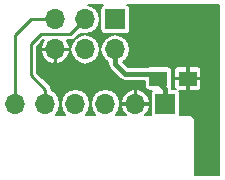
<source format=gtl>
%TF.GenerationSoftware,KiCad,Pcbnew,4.0.4-stable*%
%TF.CreationDate,2017-05-07T06:05:31+03:00*%
%TF.ProjectId,atmega_isp_programming,61746D6567615F6973705F70726F6772,rev?*%
%TF.FileFunction,Copper,L1,Top,Signal*%
%FSLAX46Y46*%
G04 Gerber Fmt 4.6, Leading zero omitted, Abs format (unit mm)*
G04 Created by KiCad (PCBNEW 4.0.4-stable) date 05/07/17 06:05:31*
%MOMM*%
%LPD*%
G01*
G04 APERTURE LIST*
%ADD10C,0.200000*%
%ADD11R,1.500000X1.250000*%
%ADD12R,1.700000X1.700000*%
%ADD13O,1.700000X1.700000*%
%ADD14C,0.400000*%
%ADD15C,0.250000*%
G04 APERTURE END LIST*
D10*
D11*
X154400000Y-108200000D03*
X156900000Y-108200000D03*
D12*
X154995000Y-110350000D03*
D13*
X152455000Y-110350000D03*
X149915000Y-110350000D03*
X147375000Y-110350000D03*
X144835000Y-110350000D03*
X142295000Y-110350000D03*
D12*
X150740000Y-103200000D03*
D13*
X150740000Y-105740000D03*
X148200000Y-103200000D03*
X148200000Y-105740000D03*
X145660000Y-103200000D03*
X145660000Y-105740000D03*
D14*
X151000000Y-106000000D02*
X150740000Y-105740000D01*
X152250000Y-107800000D02*
X153695000Y-107800000D01*
X152250000Y-107800000D02*
X152050000Y-107800000D01*
X150740000Y-105740000D02*
X150740000Y-106942081D01*
X150740000Y-106942081D02*
X151597919Y-107800000D01*
X151597919Y-107800000D02*
X153695000Y-107800000D01*
X153695000Y-107800000D02*
X154995000Y-109100000D01*
X154995000Y-109100000D02*
X154995000Y-110350000D01*
X150740000Y-105740000D02*
X150740000Y-106510000D01*
X154950000Y-110305000D02*
X154995000Y-110350000D01*
D15*
X143600000Y-103200000D02*
X142295000Y-104505000D01*
X142295000Y-104505000D02*
X142295000Y-110350000D01*
X145660000Y-103200000D02*
X143600000Y-103200000D01*
X144835000Y-110350000D02*
X144835000Y-109147919D01*
X144835000Y-109147919D02*
X143600000Y-107912919D01*
X143600000Y-107912919D02*
X143600000Y-105300000D01*
X143600000Y-105300000D02*
X144450000Y-104450000D01*
X144450000Y-104450000D02*
X146950000Y-104450000D01*
X146950000Y-104450000D02*
X148200000Y-103200000D01*
D10*
G36*
X149605628Y-102057660D02*
X149514296Y-102191329D01*
X149482164Y-102350000D01*
X149482164Y-104050000D01*
X149510056Y-104198231D01*
X149597660Y-104334372D01*
X149731329Y-104425704D01*
X149890000Y-104457836D01*
X151590000Y-104457836D01*
X151738231Y-104429944D01*
X151874372Y-104342340D01*
X151965704Y-104208671D01*
X151997836Y-104050000D01*
X151997836Y-102350000D01*
X151969944Y-102201769D01*
X151882340Y-102065628D01*
X151749701Y-101975000D01*
X159525000Y-101975000D01*
X159525000Y-116325000D01*
X157475000Y-116325000D01*
X157475000Y-111750000D01*
X157438843Y-111568225D01*
X157335876Y-111414124D01*
X157181775Y-111311157D01*
X157000000Y-111275000D01*
X156237648Y-111275000D01*
X156252836Y-111200000D01*
X156252836Y-109500000D01*
X156224944Y-109351769D01*
X156143371Y-109225000D01*
X156750000Y-109225000D01*
X156850000Y-109125000D01*
X156850000Y-108250000D01*
X156950000Y-108250000D01*
X156950000Y-109125000D01*
X157050000Y-109225000D01*
X157729565Y-109225000D01*
X157876582Y-109164104D01*
X157989104Y-109051582D01*
X158050000Y-108904565D01*
X158050000Y-108350000D01*
X157950000Y-108250000D01*
X156950000Y-108250000D01*
X156850000Y-108250000D01*
X155850000Y-108250000D01*
X155750000Y-108350000D01*
X155750000Y-108904565D01*
X155810896Y-109051582D01*
X155853123Y-109093809D01*
X155845000Y-109092164D01*
X155593441Y-109092164D01*
X155549328Y-108870390D01*
X155548803Y-108869605D01*
X155557836Y-108825000D01*
X155557836Y-107575000D01*
X155542865Y-107495435D01*
X155750000Y-107495435D01*
X155750000Y-108050000D01*
X155850000Y-108150000D01*
X156850000Y-108150000D01*
X156850000Y-107275000D01*
X156950000Y-107275000D01*
X156950000Y-108150000D01*
X157950000Y-108150000D01*
X158050000Y-108050000D01*
X158050000Y-107495435D01*
X157989104Y-107348418D01*
X157876582Y-107235896D01*
X157729565Y-107175000D01*
X157050000Y-107175000D01*
X156950000Y-107275000D01*
X156850000Y-107275000D01*
X156750000Y-107175000D01*
X156070435Y-107175000D01*
X155923418Y-107235896D01*
X155810896Y-107348418D01*
X155750000Y-107495435D01*
X155542865Y-107495435D01*
X155529944Y-107426769D01*
X155442340Y-107290628D01*
X155308671Y-107199296D01*
X155150000Y-107167164D01*
X153650000Y-107167164D01*
X153501769Y-107195056D01*
X153494086Y-107200000D01*
X151846447Y-107200000D01*
X151426624Y-106780177D01*
X151623883Y-106648372D01*
X151894849Y-106242843D01*
X151990000Y-105764489D01*
X151990000Y-105715511D01*
X151894849Y-105237157D01*
X151623883Y-104831628D01*
X151218354Y-104560662D01*
X150740000Y-104465511D01*
X150261646Y-104560662D01*
X149856117Y-104831628D01*
X149585151Y-105237157D01*
X149490000Y-105715511D01*
X149490000Y-105764489D01*
X149585151Y-106242843D01*
X149856117Y-106648372D01*
X150140000Y-106838057D01*
X150140000Y-106942081D01*
X150185672Y-107171691D01*
X150315736Y-107366345D01*
X151173655Y-108224264D01*
X151368309Y-108354328D01*
X151597919Y-108400000D01*
X153242164Y-108400000D01*
X153242164Y-108825000D01*
X153270056Y-108973231D01*
X153357660Y-109109372D01*
X153491329Y-109200704D01*
X153650000Y-109232836D01*
X153843426Y-109232836D01*
X153769296Y-109341329D01*
X153737164Y-109500000D01*
X153737164Y-111200000D01*
X153751276Y-111275000D01*
X153263720Y-111275000D01*
X153493826Y-111045235D01*
X153680805Y-110594772D01*
X153604004Y-110400000D01*
X152505000Y-110400000D01*
X152505000Y-110420000D01*
X152405000Y-110420000D01*
X152405000Y-110400000D01*
X151305996Y-110400000D01*
X151229195Y-110594772D01*
X151416174Y-111045235D01*
X151646280Y-111275000D01*
X150773997Y-111275000D01*
X150798883Y-111258372D01*
X151069849Y-110852843D01*
X151165000Y-110374489D01*
X151165000Y-110325511D01*
X151121183Y-110105228D01*
X151229195Y-110105228D01*
X151305996Y-110300000D01*
X152405000Y-110300000D01*
X152405000Y-109201087D01*
X152505000Y-109201087D01*
X152505000Y-110300000D01*
X153604004Y-110300000D01*
X153680805Y-110105228D01*
X153493826Y-109654765D01*
X153148695Y-109310145D01*
X152699771Y-109124199D01*
X152505000Y-109201087D01*
X152405000Y-109201087D01*
X152210229Y-109124199D01*
X151761305Y-109310145D01*
X151416174Y-109654765D01*
X151229195Y-110105228D01*
X151121183Y-110105228D01*
X151069849Y-109847157D01*
X150798883Y-109441628D01*
X150393354Y-109170662D01*
X149915000Y-109075511D01*
X149436646Y-109170662D01*
X149031117Y-109441628D01*
X148760151Y-109847157D01*
X148665000Y-110325511D01*
X148665000Y-110374489D01*
X148760151Y-110852843D01*
X149031117Y-111258372D01*
X149056003Y-111275000D01*
X148233997Y-111275000D01*
X148258883Y-111258372D01*
X148529849Y-110852843D01*
X148625000Y-110374489D01*
X148625000Y-110325511D01*
X148529849Y-109847157D01*
X148258883Y-109441628D01*
X147853354Y-109170662D01*
X147375000Y-109075511D01*
X146896646Y-109170662D01*
X146491117Y-109441628D01*
X146220151Y-109847157D01*
X146125000Y-110325511D01*
X146125000Y-110374489D01*
X146220151Y-110852843D01*
X146491117Y-111258372D01*
X146516003Y-111275000D01*
X145693997Y-111275000D01*
X145718883Y-111258372D01*
X145989849Y-110852843D01*
X146085000Y-110374489D01*
X146085000Y-110325511D01*
X145989849Y-109847157D01*
X145718883Y-109441628D01*
X145360000Y-109201830D01*
X145360000Y-109147919D01*
X145320037Y-108947010D01*
X145206231Y-108776688D01*
X144125000Y-107695457D01*
X144125000Y-105984772D01*
X144434195Y-105984772D01*
X144621174Y-106435235D01*
X144966305Y-106779855D01*
X145415229Y-106965801D01*
X145610000Y-106888913D01*
X145610000Y-105790000D01*
X145710000Y-105790000D01*
X145710000Y-106888913D01*
X145904771Y-106965801D01*
X146353695Y-106779855D01*
X146698826Y-106435235D01*
X146885805Y-105984772D01*
X146809004Y-105790000D01*
X145710000Y-105790000D01*
X145610000Y-105790000D01*
X144510996Y-105790000D01*
X144434195Y-105984772D01*
X144125000Y-105984772D01*
X144125000Y-105517462D01*
X144667462Y-104975000D01*
X144691042Y-104975000D01*
X144621174Y-105044765D01*
X144434195Y-105495228D01*
X144510996Y-105690000D01*
X145610000Y-105690000D01*
X145610000Y-105670000D01*
X145710000Y-105670000D01*
X145710000Y-105690000D01*
X146809004Y-105690000D01*
X146885805Y-105495228D01*
X146698826Y-105044765D01*
X146628958Y-104975000D01*
X146950000Y-104975000D01*
X147150909Y-104935037D01*
X147321231Y-104821231D01*
X147756242Y-104386220D01*
X148177432Y-104470000D01*
X147721646Y-104560662D01*
X147316117Y-104831628D01*
X147045151Y-105237157D01*
X146950000Y-105715511D01*
X146950000Y-105764489D01*
X147045151Y-106242843D01*
X147316117Y-106648372D01*
X147721646Y-106919338D01*
X148200000Y-107014489D01*
X148678354Y-106919338D01*
X149083883Y-106648372D01*
X149354849Y-106242843D01*
X149450000Y-105764489D01*
X149450000Y-105715511D01*
X149354849Y-105237157D01*
X149083883Y-104831628D01*
X148678354Y-104560662D01*
X148222568Y-104470000D01*
X148678354Y-104379338D01*
X149083883Y-104108372D01*
X149354849Y-103702843D01*
X149450000Y-103224489D01*
X149450000Y-103175511D01*
X149354849Y-102697157D01*
X149083883Y-102291628D01*
X148678354Y-102020662D01*
X148448797Y-101975000D01*
X149734086Y-101975000D01*
X149605628Y-102057660D01*
X149605628Y-102057660D01*
G37*
X149605628Y-102057660D02*
X149514296Y-102191329D01*
X149482164Y-102350000D01*
X149482164Y-104050000D01*
X149510056Y-104198231D01*
X149597660Y-104334372D01*
X149731329Y-104425704D01*
X149890000Y-104457836D01*
X151590000Y-104457836D01*
X151738231Y-104429944D01*
X151874372Y-104342340D01*
X151965704Y-104208671D01*
X151997836Y-104050000D01*
X151997836Y-102350000D01*
X151969944Y-102201769D01*
X151882340Y-102065628D01*
X151749701Y-101975000D01*
X159525000Y-101975000D01*
X159525000Y-116325000D01*
X157475000Y-116325000D01*
X157475000Y-111750000D01*
X157438843Y-111568225D01*
X157335876Y-111414124D01*
X157181775Y-111311157D01*
X157000000Y-111275000D01*
X156237648Y-111275000D01*
X156252836Y-111200000D01*
X156252836Y-109500000D01*
X156224944Y-109351769D01*
X156143371Y-109225000D01*
X156750000Y-109225000D01*
X156850000Y-109125000D01*
X156850000Y-108250000D01*
X156950000Y-108250000D01*
X156950000Y-109125000D01*
X157050000Y-109225000D01*
X157729565Y-109225000D01*
X157876582Y-109164104D01*
X157989104Y-109051582D01*
X158050000Y-108904565D01*
X158050000Y-108350000D01*
X157950000Y-108250000D01*
X156950000Y-108250000D01*
X156850000Y-108250000D01*
X155850000Y-108250000D01*
X155750000Y-108350000D01*
X155750000Y-108904565D01*
X155810896Y-109051582D01*
X155853123Y-109093809D01*
X155845000Y-109092164D01*
X155593441Y-109092164D01*
X155549328Y-108870390D01*
X155548803Y-108869605D01*
X155557836Y-108825000D01*
X155557836Y-107575000D01*
X155542865Y-107495435D01*
X155750000Y-107495435D01*
X155750000Y-108050000D01*
X155850000Y-108150000D01*
X156850000Y-108150000D01*
X156850000Y-107275000D01*
X156950000Y-107275000D01*
X156950000Y-108150000D01*
X157950000Y-108150000D01*
X158050000Y-108050000D01*
X158050000Y-107495435D01*
X157989104Y-107348418D01*
X157876582Y-107235896D01*
X157729565Y-107175000D01*
X157050000Y-107175000D01*
X156950000Y-107275000D01*
X156850000Y-107275000D01*
X156750000Y-107175000D01*
X156070435Y-107175000D01*
X155923418Y-107235896D01*
X155810896Y-107348418D01*
X155750000Y-107495435D01*
X155542865Y-107495435D01*
X155529944Y-107426769D01*
X155442340Y-107290628D01*
X155308671Y-107199296D01*
X155150000Y-107167164D01*
X153650000Y-107167164D01*
X153501769Y-107195056D01*
X153494086Y-107200000D01*
X151846447Y-107200000D01*
X151426624Y-106780177D01*
X151623883Y-106648372D01*
X151894849Y-106242843D01*
X151990000Y-105764489D01*
X151990000Y-105715511D01*
X151894849Y-105237157D01*
X151623883Y-104831628D01*
X151218354Y-104560662D01*
X150740000Y-104465511D01*
X150261646Y-104560662D01*
X149856117Y-104831628D01*
X149585151Y-105237157D01*
X149490000Y-105715511D01*
X149490000Y-105764489D01*
X149585151Y-106242843D01*
X149856117Y-106648372D01*
X150140000Y-106838057D01*
X150140000Y-106942081D01*
X150185672Y-107171691D01*
X150315736Y-107366345D01*
X151173655Y-108224264D01*
X151368309Y-108354328D01*
X151597919Y-108400000D01*
X153242164Y-108400000D01*
X153242164Y-108825000D01*
X153270056Y-108973231D01*
X153357660Y-109109372D01*
X153491329Y-109200704D01*
X153650000Y-109232836D01*
X153843426Y-109232836D01*
X153769296Y-109341329D01*
X153737164Y-109500000D01*
X153737164Y-111200000D01*
X153751276Y-111275000D01*
X153263720Y-111275000D01*
X153493826Y-111045235D01*
X153680805Y-110594772D01*
X153604004Y-110400000D01*
X152505000Y-110400000D01*
X152505000Y-110420000D01*
X152405000Y-110420000D01*
X152405000Y-110400000D01*
X151305996Y-110400000D01*
X151229195Y-110594772D01*
X151416174Y-111045235D01*
X151646280Y-111275000D01*
X150773997Y-111275000D01*
X150798883Y-111258372D01*
X151069849Y-110852843D01*
X151165000Y-110374489D01*
X151165000Y-110325511D01*
X151121183Y-110105228D01*
X151229195Y-110105228D01*
X151305996Y-110300000D01*
X152405000Y-110300000D01*
X152405000Y-109201087D01*
X152505000Y-109201087D01*
X152505000Y-110300000D01*
X153604004Y-110300000D01*
X153680805Y-110105228D01*
X153493826Y-109654765D01*
X153148695Y-109310145D01*
X152699771Y-109124199D01*
X152505000Y-109201087D01*
X152405000Y-109201087D01*
X152210229Y-109124199D01*
X151761305Y-109310145D01*
X151416174Y-109654765D01*
X151229195Y-110105228D01*
X151121183Y-110105228D01*
X151069849Y-109847157D01*
X150798883Y-109441628D01*
X150393354Y-109170662D01*
X149915000Y-109075511D01*
X149436646Y-109170662D01*
X149031117Y-109441628D01*
X148760151Y-109847157D01*
X148665000Y-110325511D01*
X148665000Y-110374489D01*
X148760151Y-110852843D01*
X149031117Y-111258372D01*
X149056003Y-111275000D01*
X148233997Y-111275000D01*
X148258883Y-111258372D01*
X148529849Y-110852843D01*
X148625000Y-110374489D01*
X148625000Y-110325511D01*
X148529849Y-109847157D01*
X148258883Y-109441628D01*
X147853354Y-109170662D01*
X147375000Y-109075511D01*
X146896646Y-109170662D01*
X146491117Y-109441628D01*
X146220151Y-109847157D01*
X146125000Y-110325511D01*
X146125000Y-110374489D01*
X146220151Y-110852843D01*
X146491117Y-111258372D01*
X146516003Y-111275000D01*
X145693997Y-111275000D01*
X145718883Y-111258372D01*
X145989849Y-110852843D01*
X146085000Y-110374489D01*
X146085000Y-110325511D01*
X145989849Y-109847157D01*
X145718883Y-109441628D01*
X145360000Y-109201830D01*
X145360000Y-109147919D01*
X145320037Y-108947010D01*
X145206231Y-108776688D01*
X144125000Y-107695457D01*
X144125000Y-105984772D01*
X144434195Y-105984772D01*
X144621174Y-106435235D01*
X144966305Y-106779855D01*
X145415229Y-106965801D01*
X145610000Y-106888913D01*
X145610000Y-105790000D01*
X145710000Y-105790000D01*
X145710000Y-106888913D01*
X145904771Y-106965801D01*
X146353695Y-106779855D01*
X146698826Y-106435235D01*
X146885805Y-105984772D01*
X146809004Y-105790000D01*
X145710000Y-105790000D01*
X145610000Y-105790000D01*
X144510996Y-105790000D01*
X144434195Y-105984772D01*
X144125000Y-105984772D01*
X144125000Y-105517462D01*
X144667462Y-104975000D01*
X144691042Y-104975000D01*
X144621174Y-105044765D01*
X144434195Y-105495228D01*
X144510996Y-105690000D01*
X145610000Y-105690000D01*
X145610000Y-105670000D01*
X145710000Y-105670000D01*
X145710000Y-105690000D01*
X146809004Y-105690000D01*
X146885805Y-105495228D01*
X146698826Y-105044765D01*
X146628958Y-104975000D01*
X146950000Y-104975000D01*
X147150909Y-104935037D01*
X147321231Y-104821231D01*
X147756242Y-104386220D01*
X148177432Y-104470000D01*
X147721646Y-104560662D01*
X147316117Y-104831628D01*
X147045151Y-105237157D01*
X146950000Y-105715511D01*
X146950000Y-105764489D01*
X147045151Y-106242843D01*
X147316117Y-106648372D01*
X147721646Y-106919338D01*
X148200000Y-107014489D01*
X148678354Y-106919338D01*
X149083883Y-106648372D01*
X149354849Y-106242843D01*
X149450000Y-105764489D01*
X149450000Y-105715511D01*
X149354849Y-105237157D01*
X149083883Y-104831628D01*
X148678354Y-104560662D01*
X148222568Y-104470000D01*
X148678354Y-104379338D01*
X149083883Y-104108372D01*
X149354849Y-103702843D01*
X149450000Y-103224489D01*
X149450000Y-103175511D01*
X149354849Y-102697157D01*
X149083883Y-102291628D01*
X148678354Y-102020662D01*
X148448797Y-101975000D01*
X149734086Y-101975000D01*
X149605628Y-102057660D01*
M02*

</source>
